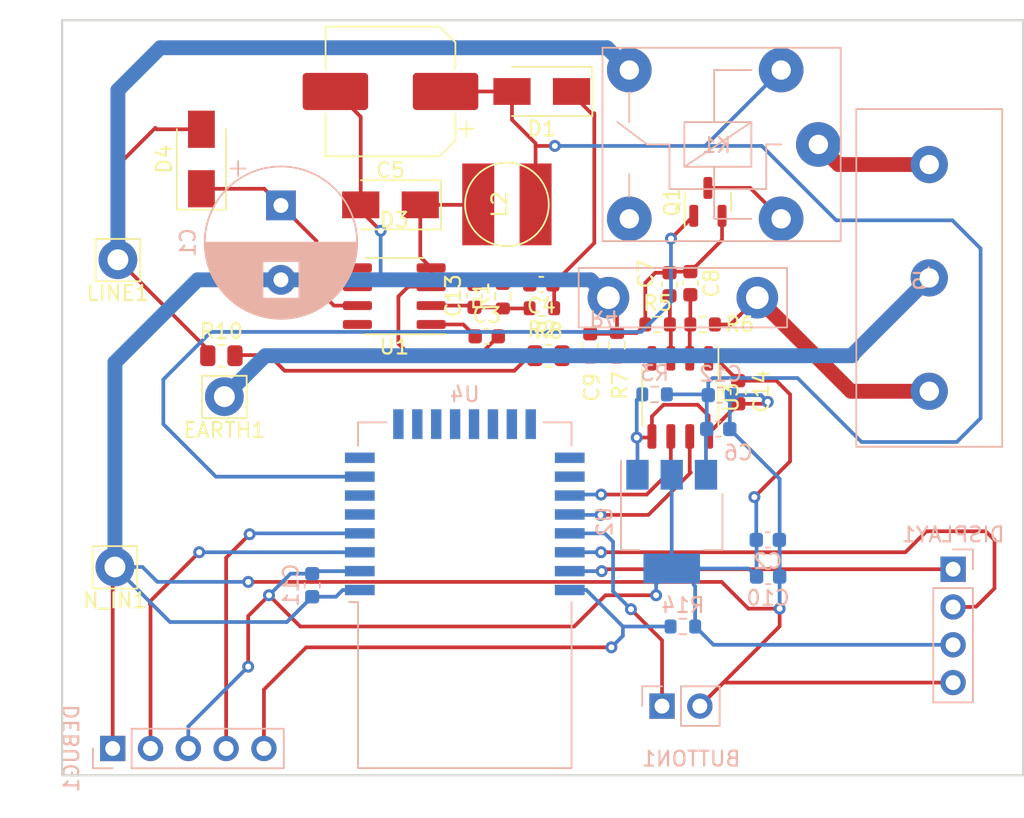
<source format=kicad_pcb>
(kicad_pcb (version 20211014) (generator pcbnew)
  (layers (0 "F.Cu" signal) (31 "B.Cu" signal) (34 "B.Paste" user) (35 "F.Paste" user) (36 "B.SilkS" user "B.Silkscreen") (37 "F.SilkS" user "F.Silkscreen") (38 "B.Mask" user) (39 "F.Mask" user) (44 "Edge.Cuts" user))
  (net 0 "")
  (net 1 "/BUTTON")
  (net 2 "GND")
  (net 3 "Net-(C1-Pad1)")
  (net 4 "+3V3")
  (net 5 "Net-(C3-Pad1)")
  (net 6 "Net-(C4-Pad1)")
  (net 7 "+5V")
  (net 8 "Net-(C7-Pad1)")
  (net 9 "Net-(C8-Pad2)")
  (net 10 "Net-(C9-Pad1)")
  (net 11 "Net-(C13-Pad1)")
  (net 12 "/LINE")
  (net 13 "/DCLK")
  (net 14 "/DDATA")
  (net 15 "/RESET")
  (net 16 "/SDA")
  (net 17 "/SCK")
  (net 18 "/EARTH")
  (net 19 "/LINE_OUT")
  (net 20 "/N_OUT")
  (net 21 "Net-(K1-Pad3)")
  (net 23 "/ON_OFF")
  (net 24 "Net-(R10-Pad2)")
  (net 25 "/CF")
  (net 26 "/CF1")
  (net 40 "/N1")
  (footprint "Capacitor_SMD:CP_Elec_8x10.5" (layer "F.Cu") (at 137.16 40.64 180)
    (fp_text reference "C5" (at 0 -5.3) (layer "F.SilkS"))
    (fp_text value "220uf")
    (pad "1" smd roundrect (at -3.7 0 180) (size 4.4 2.5) (layers "F.Cu" "F.Paste" "F.Mask") (roundrect_rratio 0.1) (net 7 "+5V"))
    (pad "2" smd roundrect (at 3.7 0 180) (size 4.4 2.5) (layers "F.Cu" "F.Paste" "F.Mask") (roundrect_rratio 0.1) (net 2 "GND"))
  )
  (footprint "Package_SO:SOP-8_3.9x4.9mm_P1.27mm" (layer "F.Cu") (at 156.625 61.2 -90)
    (fp_text reference "U3" (at 0 -3.4 90) (layer "F.SilkS"))
    (fp_text value "BL0937")
    (pad "1" smd roundrect (at -2.625 -1.905 270) (size 1.65 0.6) (layers "F.Cu" "F.Paste" "F.Mask") (net 4 "+3V3"))
    (pad "2" smd roundrect (at -2.625 -0.635 270) (size 1.65 0.6) (layers "F.Cu" "F.Paste" "F.Mask") (net 9 "Net-(C8-Pad2)"))
    (pad "3" smd roundrect (at -2.625 0.635 270) (size 1.65 0.6) (layers "F.Cu" "F.Paste" "F.Mask") (net 8 "Net-(C7-Pad1)"))
    (pad "4" smd roundrect (at -2.625 1.905 270) (size 1.65 0.6) (layers "F.Cu" "F.Paste" "F.Mask") (net 10 "Net-(C9-Pad1)"))
    (pad "5" smd roundrect (at 2.625 1.905 270) (size 1.65 0.6) (layers "F.Cu" "F.Paste" "F.Mask") (net 2 "GND"))
    (pad "6" smd roundrect (at 2.625 0.635 270) (size 1.65 0.6) (layers "F.Cu" "F.Paste" "F.Mask") (net 25 "/CF"))
    (pad "7" smd roundrect (at 2.625 -0.635 270) (size 1.65 0.6) (layers "F.Cu" "F.Paste" "F.Mask") (net 26 "/CF1"))
    (pad "8" smd roundrect (at 2.625 -1.905 270) (size 1.65 0.6) (layers "F.Cu" "F.Paste" "F.Mask") (net 2 "GND"))
  )
  (footprint "Resistor_SMD:R_0603_1608Metric" (layer "F.Cu") (at 158.125 56.3 180)
    (fp_text reference "R6" (at -2.5 0) (layer "F.SilkS"))
    (fp_text value "1K")
    (pad "1" smd roundrect (at -0.825 0 180) (size 0.8 0.95) (layers "F.Cu" "F.Paste" "F.Mask") (net 20 "/N_OUT"))
    (pad "2" smd roundrect (at 0.825 0 180) (size 0.8 0.95) (layers "F.Cu" "F.Paste" "F.Mask") (net 9 "Net-(C8-Pad2)"))
  )
  (footprint "Capacitor_SMD:C_0603_1608Metric" (layer "F.Cu") (at 160.52 60.855 90)
    (fp_text reference "C14" (at 0.065 1.55 90) (layer "F.SilkS"))
    (fp_text value "100nF")
    (pad "1" smd roundrect (at -0.775 0 90) (size 0.9 0.95) (layers "F.Cu" "F.Paste" "F.Mask") (net 2 "GND"))
    (pad "2" smd roundrect (at 0.775 0 90) (size 0.9 0.95) (layers "F.Cu" "F.Paste" "F.Mask") (net 4 "+3V3"))
  )
  (footprint "Resistor_SMD:R_0603_1608Metric" (layer "F.Cu") (at 147.33 55.21 180)
    (fp_text reference "R2" (at 0 -1.43) (layer "F.SilkS"))
    (fp_text value "10k")
    (pad "1" smd roundrect (at -0.825 0 180) (size 0.8 0.95) (layers "F.Cu" "F.Paste" "F.Mask") (net 6 "Net-(C4-Pad1)"))
    (pad "2" smd roundrect (at 0.825 0 180) (size 0.8 0.95) (layers "F.Cu" "F.Paste" "F.Mask") (net 11 "Net-(C13-Pad1)"))
  )
  (footprint "Resistor_SMD:R_0603_1608Metric" (layer "F.Cu") (at 144.7 54.4 90)
    (fp_text reference "R1" (at 0 -1.43 90) (layer "F.SilkS"))
    (fp_text value "10k")
    (pad "1" smd roundrect (at -0.825 0 90) (size 0.8 0.95) (layers "F.Cu" "F.Paste" "F.Mask") (net 11 "Net-(C13-Pad1)"))
    (pad "2" smd roundrect (at 0.825 0 90) (size 0.8 0.95) (layers "F.Cu" "F.Paste" "F.Mask") (net 40 "/N1"))
  )
  (footprint "Resistor_SMD:R_0603_1608Metric" (layer "F.Cu") (at 155.1 56.3)
    (fp_text reference "R5" (at 0 -1.43) (layer "F.SilkS"))
    (fp_text value "1k")
    (pad "1" smd roundrect (at -0.825 0) (size 0.8 0.95) (layers "F.Cu" "F.Paste" "F.Mask") (net 2 "GND"))
    (pad "2" smd roundrect (at 0.825 0) (size 0.8 0.95) (layers "F.Cu" "F.Paste" "F.Mask") (net 8 "Net-(C7-Pad1)"))
  )
  (footprint "Diode_SMD:D_SMA" (layer "F.Cu") (at 147.32 40.64 180)
    (fp_text reference "D1" (at 0 -2.5) (layer "F.SilkS"))
    (fp_text value "M7")
    (pad "1" smd rect (at -2 0 180) (size 2.5 1.8) (layers "F.Cu" "F.Paste" "F.Mask") (net 6 "Net-(C4-Pad1)"))
    (pad "2" smd rect (at 2 0 180) (size 2.5 1.8) (layers "F.Cu" "F.Paste" "F.Mask") (net 7 "+5V"))
  )
  (footprint "Package_SO:SOIC-8_3.9x4.9mm_P1.27mm" (layer "F.Cu") (at 137.414 54.396 180)
    (fp_text reference "U1" (at 0 -3.4) (layer "F.SilkS"))
    (fp_text value "MP157")
    (pad "1" smd roundrect (at -2.475 -1.905 180) (size 1.95 0.6) (layers "F.Cu" "F.Paste" "F.Mask") (net 5 "Net-(C3-Pad1)"))
    (pad "2" smd roundrect (at -2.475 -0.635 180) (size 1.95 0.6) (layers "F.Cu" "F.Paste" "F.Mask") (net 11 "Net-(C13-Pad1)"))
    (pad "3" smd roundrect (at -2.475 0.635 180) (size 1.95 0.6) (layers "F.Cu" "F.Paste" "F.Mask") (net 40 "/N1"))
    (pad "4" smd roundrect (at -2.475 1.905 180) (size 1.95 0.6) (layers "F.Cu" "F.Paste" "F.Mask") (net 40 "/N1"))
    (pad "5" smd roundrect (at 2.475 1.905 180) (size 1.95 0.6) (layers "F.Cu" "F.Paste" "F.Mask"))
    (pad "6" smd roundrect (at 2.475 0.635 180) (size 1.95 0.6) (layers "F.Cu" "F.Paste" "F.Mask"))
    (pad "7" smd roundrect (at 2.475 -0.635 180) (size 1.95 0.6) (layers "F.Cu" "F.Paste" "F.Mask") (net 3 "Net-(C1-Pad1)"))
    (pad "8" smd roundrect (at 2.475 -1.905 180) (size 1.95 0.6) (layers "F.Cu" "F.Paste" "F.Mask"))
  )
  (footprint "Diode_SMD:D_SMA" (layer "F.Cu") (at 137.16 48.26 180)
    (fp_text reference "D3" (at -0.254 -1.016) (layer "F.SilkS"))
    (fp_text value "ES1G")
    (pad "1" smd rect (at -2 0 180) (size 2.5 1.8) (layers "F.Cu" "F.Paste" "F.Mask") (net 40 "/N1"))
    (pad "2" smd rect (at 2 0 180) (size 2.5 1.8) (layers "F.Cu" "F.Paste" "F.Mask") (net 2 "GND"))
  )
  (footprint "Resistor_SMD:R_0805_2012Metric" (layer "F.Cu") (at 125.8 58.4)
    (fp_text reference "R10" (at 0 -1.65) (layer "F.SilkS"))
    (fp_text value "1M")
    (pad "1" smd roundrect (at -0.9125 0) (size 1.025 1.4) (layers "F.Cu" "F.Paste" "F.Mask") (roundrect_rratio 0.243902) (net 12 "/LINE"))
    (pad "2" smd roundrect (at 0.9125 0) (size 1.025 1.4) (layers "F.Cu" "F.Paste" "F.Mask") (roundrect_rratio 0.243902) (net 24 "Net-(R10-Pad2)"))
  )
  (footprint "Capacitor_SMD:C_0603_1608Metric" (layer "F.Cu") (at 147.29 53.61 180)
    (fp_text reference "C4" (at 0 -1.43) (layer "F.SilkS"))
    (fp_text value "330nF")
    (pad "1" smd roundrect (at -0.775 0 180) (size 0.9 0.95) (layers "F.Cu" "F.Paste" "F.Mask") (net 6 "Net-(C4-Pad1)"))
    (pad "2" smd roundrect (at 0.775 0 180) (size 0.9 0.95) (layers "F.Cu" "F.Paste" "F.Mask") (net 40 "/N1"))
  )
  (footprint "Capacitor_SMD:C_0603_1608Metric" (layer "F.Cu") (at 157.3 53.525 -90)
    (fp_text reference "C8" (at 0 -1.43 90) (layer "F.SilkS"))
    (fp_text value "33nF")
    (pad "1" smd roundrect (at -0.775 0 270) (size 0.9 0.95) (layers "F.Cu" "F.Paste" "F.Mask") (net 2 "GND"))
    (pad "2" smd roundrect (at 0.775 0 270) (size 0.9 0.95) (layers "F.Cu" "F.Paste" "F.Mask") (net 9 "Net-(C8-Pad2)"))
  )
  (footprint "Capacitor_SMD:C_0603_1608Metric" (layer "F.Cu") (at 150.575 57.7 90)
    (fp_text reference "C9" (at -2.825 0.1 90) (layer "F.SilkS"))
    (fp_text value "33nF")
    (pad "1" smd roundrect (at -0.775 0 90) (size 0.9 0.95) (layers "F.Cu" "F.Paste" "F.Mask") (net 10 "Net-(C9-Pad1)"))
    (pad "2" smd roundrect (at 0.775 0 90) (size 0.9 0.95) (layers "F.Cu" "F.Paste" "F.Mask") (net 2 "GND"))
  )
  (footprint "Diode_SMD:D_SMA" (layer "F.Cu") (at 124.46 45.18 90)
    (fp_text reference "D4" (at 0 -2.5 90) (layer "F.SilkS"))
    (fp_text value "M7")
    (pad "1" smd rect (at -2 0 90) (size 2.5 1.8) (layers "F.Cu" "F.Paste" "F.Mask") (net 3 "Net-(C1-Pad1)"))
    (pad "2" smd rect (at 2 0 90) (size 2.5 1.8) (layers "F.Cu" "F.Paste" "F.Mask") (net 12 "/LINE"))
  )
  (footprint "Package_TO_SOT_SMD:SOT-23" (layer "F.Cu") (at 158.48 48.06 90)
    (fp_text reference "Q1" (at 0 -2.4 90) (layer "F.SilkS"))
    (fp_text value "AO3400A")
    (pad "1" smd roundrect (at -0.9375 -0.95 90) (size 1.475 0.6) (layers "F.Cu" "F.Paste" "F.Mask") (net 23 "/ON_OFF"))
    (pad "2" smd roundrect (at -0.9375 0.95 90) (size 1.475 0.6) (layers "F.Cu" "F.Paste" "F.Mask") (net 2 "GND"))
    (pad "3" smd roundrect (at 0.9375 0 90) (size 1.475 0.6) (layers "F.Cu" "F.Paste" "F.Mask") (net 21 "Net-(K1-Pad3)"))
  )
  (footprint "Resistor_SMD:R_0805_2012Metric" (layer "F.Cu") (at 147.775 58.4)
    (fp_text reference "R8" (at 0 -1.65) (layer "F.SilkS"))
    (fp_text value "1M")
    (pad "1" smd roundrect (at -0.9125 0) (size 1.025 1.4) (layers "F.Cu" "F.Paste" "F.Mask") (roundrect_rratio 0.243902) (net 24 "Net-(R10-Pad2)"))
    (pad "2" smd roundrect (at 0.9125 0) (size 1.025 1.4) (layers "F.Cu" "F.Paste" "F.Mask") (roundrect_rratio 0.243902) (net 10 "Net-(C9-Pad1)"))
  )
  (footprint "Connector_Pin:Pin_D1.4mm_L8.5mm_W2.8mm_FlatFork" (layer "F.Cu") (at 118.65 72.6)
    (fp_text reference "N_IN1" (at 0 2.25) (layer "F.SilkS"))
    (fp_text value "Conn_01x01_Female")
    (pad "1" thru_hole circle (at 0 0) (size 2.6 2.6) (drill 1.4) (layers *.Cu *.Mask) (net 2 "GND"))
  )
  (footprint "Capacitor_SMD:C_0603_1608Metric" (layer "F.Cu") (at 142.8 54.375 90)
    (fp_text reference "C13" (at 0 -1.43 90) (layer "F.SilkS"))
    (fp_text value "470p")
    (pad "1" smd roundrect (at -0.775 0 90) (size 0.9 0.95) (layers "F.Cu" "F.Paste" "F.Mask") (net 11 "Net-(C13-Pad1)"))
    (pad "2" smd roundrect (at 0.775 0 90) (size 0.9 0.95) (layers "F.Cu" "F.Paste" "F.Mask") (net 40 "/N1"))
  )
  (footprint "Capacitor_SMD:C_0603_1608Metric" (layer "F.Cu") (at 155.9 53.6 90)
    (fp_text reference "C7" (at 0.7 -1.6 90) (layer "F.SilkS"))
    (fp_text value "33nF")
    (pad "1" smd roundrect (at -0.775 0 90) (size 0.9 0.95) (layers "F.Cu" "F.Paste" "F.Mask") (net 8 "Net-(C7-Pad1)"))
    (pad "2" smd roundrect (at 0.775 0 90) (size 0.9 0.95) (layers "F.Cu" "F.Paste" "F.Mask") (net 2 "GND"))
  )
  (footprint "Connector_Pin:Pin_D1.4mm_L8.5mm_W2.8mm_FlatFork" (layer "F.Cu") (at 126 61.15)
    (fp_text reference "EARTH1" (at 0 2.25) (layer "F.SilkS"))
    (fp_text value "Conn_01x01_Female")
    (pad "1" thru_hole circle (at 0 0) (size 2.6 2.6) (drill 1.4) (layers *.Cu *.Mask) (net 18 "/EARTH"))
  )
  (footprint "Connector_Pin:Pin_D1.4mm_L8.5mm_W2.8mm_FlatFork" (layer "F.Cu") (at 118.85 51.95)
    (fp_text reference "LINE1" (at 0 2.25) (layer "F.SilkS"))
    (fp_text value "Conn_01x01_Female")
    (pad "1" thru_hole circle (at 0 0) (size 2.6 2.6) (drill 1.4) (layers *.Cu *.Mask) (net 12 "/LINE"))
  )
  (footprint "custom:sumida_CD54" (layer "F.Cu") (at 144.98 48.23 90)
    (fp_text reference "L2" (at 0 -0.5 90 unlocked) (layer "F.SilkS"))
    (fp_text value "1000uH")
    (pad "1" smd rect (at 0 -1.925 90) (size 5.5 2.15) (layers "F.Cu" "F.Paste" "F.Mask") (net 40 "/N1"))
    (pad "2" smd rect (at 0 1.925 90) (size 5.5 2.15) (layers "F.Cu" "F.Paste" "F.Mask") (net 7 "+5V"))
  )
  (footprint "Capacitor_SMD:C_0603_1608Metric" (layer "F.Cu") (at 143.625 57.1)
    (fp_text reference "C3" (at 0 -1.43) (layer "F.SilkS"))
    (fp_text value "10uf")
    (pad "1" smd roundrect (at -0.775 0) (size 0.9 0.95) (layers "F.Cu" "F.Paste" "F.Mask") (net 5 "Net-(C3-Pad1)"))
    (pad "2" smd roundrect (at 0.775 0) (size 0.9 0.95) (layers "F.Cu" "F.Paste" "F.Mask") (net 40 "/N1"))
  )
  (footprint "Resistor_SMD:R_0603_1608Metric" (layer "F.Cu") (at 152.375 57.7 90)
    (fp_text reference "R7" (at -2.7 0.2 90) (layer "F.SilkS"))
    (fp_text value "1K")
    (pad "1" smd roundrect (at -0.825 0 90) (size 0.8 0.95) (layers "F.Cu" "F.Paste" "F.Mask") (net 10 "Net-(C9-Pad1)"))
    (pad "2" smd roundrect (at 0.825 0 90) (size 0.8 0.95) (layers "F.Cu" "F.Paste" "F.Mask") (net 2 "GND"))
  )
  (footprint "Package_TO_SOT_SMD:SOT-223" (layer "B.Cu") (at 156.05 69.55 -90)
    (fp_text reference "U2" (at 0 4.5 90) (layer "B.SilkS") (effects (justify mirror)))
    (fp_text value "LM1117-3.3")
    (pad "1" smd rect (at -3.15 2.3 270) (size 2 1.5) (layers "B.Cu" "B.Paste" "B.Mask") (net 2 "GND"))
    (pad "2" smd rect (at -3.15 0 270) (size 2 1.5) (layers "B.Cu" "B.Paste" "B.Mask") (net 4 "+3V3"))
    (pad "3" smd rect (at -3.15 -2.3 270) (size 2 1.5) (layers "B.Cu" "B.Paste" "B.Mask") (net 7 "+5V"))
    (pad "4" smd rect (at 3.15 0 270) (size 2 3.8) (layers "B.Cu" "B.Paste" "B.Mask") (net 4 "+3V3"))
  )
  (footprint "Connector_PinSocket_2.54mm:PinSocket_1x05_P2.54mm_Vertical" (layer "B.Cu") (at 118.5 84.8 -90)
    (fp_text reference "DEBUG1" (at 0 2.77 90) (layer "B.SilkS") (effects (justify mirror)))
    (fp_text value "Conn_01x05")
    (pad "1" thru_hole rect (at 0 0 270) (size 1.7 1.7) (drill 1) (layers *.Cu *.Mask) (net 2 "GND"))
    (pad "2" thru_hole oval (at 0 -2.54 270) (size 1.7 1.7) (drill 1) (layers *.Cu *.Mask) (net 13 "/DCLK"))
    (pad "3" thru_hole oval (at 0 -5.08 270) (size 1.7 1.7) (drill 1) (layers *.Cu *.Mask) (net 4 "+3V3"))
    (pad "4" thru_hole oval (at 0 -7.62 270) (size 1.7 1.7) (drill 1) (layers *.Cu *.Mask) (net 14 "/DDATA"))
    (pad "5" thru_hole oval (at 0 -10.16 270) (size 1.7 1.7) (drill 1) (layers *.Cu *.Mask) (net 15 "/RESET"))
  )
  (footprint "Capacitor_SMD:C_0603_1608Metric" (layer "B.Cu") (at 162.505 70.78)
    (fp_text reference "C2" (at 0 1.43) (layer "B.SilkS") (effects (justify mirror)))
    (fp_text value "10uF")
    (pad "1" smd roundrect (at -0.775 0) (size 0.9 0.95) (layers "B.Cu" "B.Paste" "B.Mask") (net 4 "+3V3"))
    (pad "2" smd roundrect (at 0.775 0) (size 0.9 0.95) (layers "B.Cu" "B.Paste" "B.Mask") (net 2 "GND"))
  )
  (footprint "custom:KF128-7.5_3P" (layer "B.Cu") (at 173.35 53.17 -90)
    (fp_text reference "J9" (at 0 0.5 90 unlocked) (layer "B.SilkS") (effects (justify mirror)))
    (fp_text value "KF128-7.5-3P")
    (pad "1" thru_hole circle (at -7.62 0 270) (size 2.5 2.5) (drill 1.3) (layers *.Cu *.Mask) (net 19 "/LINE_OUT"))
    (pad "2" thru_hole circle (at 0 0 270) (size 2.5 2.5) (drill 1.3) (layers *.Cu *.Mask) (net 18 "/EARTH"))
    (pad "3" thru_hole circle (at 7.62 0 270) (size 2.5 2.5) (drill 1.3) (layers *.Cu *.Mask) (net 20 "/N_OUT"))
  )
  (footprint "Capacitor_SMD:C_0603_1608Metric" (layer "B.Cu") (at 159.175 63.33)
    (fp_text reference "C6" (at 1.345 1.59) (layer "B.SilkS") (effects (justify mirror)))
    (fp_text value "10uF")
    (pad "1" smd roundrect (at -0.775 0) (size 0.9 0.95) (layers "B.Cu" "B.Paste" "B.Mask") (net 7 "+5V"))
    (pad "2" smd roundrect (at 0.775 0) (size 0.9 0.95) (layers "B.Cu" "B.Paste" "B.Mask") (net 2 "GND"))
  )
  (footprint "Capacitor_SMD:C_0603_1608Metric" (layer "B.Cu") (at 162.525 73.25)
    (fp_text reference "C10" (at 0 1.43) (layer "B.SilkS") (effects (justify mirror)))
    (fp_text value "100nF")
    (pad "1" smd roundrect (at -0.775 0) (size 0.9 0.95) (layers "B.Cu" "B.Paste" "B.Mask") (net 4 "+3V3"))
    (pad "2" smd roundrect (at 0.775 0) (size 0.9 0.95) (layers "B.Cu" "B.Paste" "B.Mask") (net 2 "GND"))
  )
  (footprint "Capacitor_SMD:C_0603_1608Metric" (layer "B.Cu") (at 159.28 61.05)
    (fp_text reference "C12" (at 0.06 -1.43) (layer "B.SilkS") (effects (justify mirror)))
    (fp_text value "100nF")
    (pad "1" smd roundrect (at -0.775 0) (size 0.9 0.95) (layers "B.Cu" "B.Paste" "B.Mask") (net 7 "+5V"))
    (pad "2" smd roundrect (at 0.775 0) (size 0.9 0.95) (layers "B.Cu" "B.Paste" "B.Mask") (net 2 "GND"))
  )
  (footprint "Resistor_SMD:R_0603_1608Metric" (layer "B.Cu") (at 156.8 76.6 180)
    (fp_text reference "R14" (at 0 1.43) (layer "B.SilkS") (effects (justify mirror)))
    (fp_text value "4.7k")
    (pad "1" smd roundrect (at -0.825 0 180) (size 0.8 0.95) (layers "B.Cu" "B.Paste" "B.Mask") (net 4 "+3V3"))
    (pad "2" smd roundrect (at 0.825 0 180) (size 0.8 0.95) (layers "B.Cu" "B.Paste" "B.Mask") (net 15 "/RESET"))
  )
  (footprint "Connector_PinHeader_2.54mm:PinHeader_1x02_P2.54mm_Vertical" (layer "B.Cu") (at 155.4 81.95 -90)
    (fp_text reference "BUTTON1" (at 3.54 -1.95) (layer "B.SilkS") (effects (justify mirror)))
    (fp_text value "SW_Push")
    (pad "1" thru_hole rect (at 0 0 270) (size 1.7 1.7) (drill 1) (layers *.Cu *.Mask) (net 1 "/BUTTON"))
    (pad "2" thru_hole oval (at 0 -2.54 270) (size 1.7 1.7) (drill 1) (layers *.Cu *.Mask) (net 2 "GND"))
  )
  (footprint "Capacitor_SMD:C_0603_1608Metric" (layer "B.Cu") (at 131.9 73.825 -90)
    (fp_text reference "C11" (at 0 1.43 -270) (layer "B.SilkS") (effects (justify mirror)))
    (fp_text value "100nf")
    (pad "1" smd roundrect (at -0.775 0 270) (size 0.9 0.95) (layers "B.Cu" "B.Paste" "B.Mask") (net 4 "+3V3"))
    (pad "2" smd roundrect (at 0.775 0 270) (size 0.9 0.95) (layers "B.Cu" "B.Paste" "B.Mask") (net 2 "GND"))
  )
  (footprint "RF_Module:E18-MS1-PCB" (layer "B.Cu") (at 142.15 74.5)
    (fp_text reference "U4" (at 0 -13.5) (layer "B.SilkS") (effects (justify mirror)))
    (fp_text value "E18-MS1-PCB")
    (pad "1" smd rect (at -7.05 -0.35 90) (size 0.7 2) (layers "B.Cu" "B.Paste" "B.Mask") (net 2 "GND"))
    (pad "2" smd rect (at -7.05 -1.62 90) (size 0.7 2) (layers "B.Cu" "B.Paste" "B.Mask") (net 4 "+3V3"))
    (pad "3" smd rect (at -7.05 -2.89 90) (size 0.7 2) (layers "B.Cu" "B.Paste" "B.Mask") (net 13 "/DCLK"))
    (pad "4" smd rect (at -7.05 -4.16 90) (size 0.7 2) (layers "B.Cu" "B.Paste" "B.Mask") (net 14 "/DDATA"))
    (pad "5" smd rect (at -7.05 -5.43 90) (size 0.7 2) (layers "B.Cu" "B.Paste" "B.Mask"))
    (pad "6" smd rect (at -7.05 -6.7 90) (size 0.7 2) (layers "B.Cu" "B.Paste" "B.Mask"))
    (pad "7" smd rect (at -7.05 -7.97 90) (size 0.7 2) (layers "B.Cu" "B.Paste" "B.Mask") (net 23 "/ON_OFF"))
    (pad "8" smd rect (at -7.05 -9.24 90) (size 0.7 2) (layers "B.Cu" "B.Paste" "B.Mask"))
    (pad "9" smd rect (at -4.46 -11.5 180) (size 0.7 2) (layers "B.Cu" "B.Paste" "B.Mask"))
    (pad "10" smd rect (at -3.19 -11.5 180) (size 0.7 2) (layers "B.Cu" "B.Paste" "B.Mask"))
    (pad "11" smd rect (at -1.92 -11.5 180) (size 0.7 2) (layers "B.Cu" "B.Paste" "B.Mask"))
    (pad "12" smd rect (at -0.65 -11.5 180) (size 0.7 2) (layers "B.Cu" "B.Paste" "B.Mask"))
    (pad "13" smd rect (at 0.62 -11.5 180) (size 0.7 2) (layers "B.Cu" "B.Paste" "B.Mask"))
    (pad "14" smd rect (at 1.89 -11.5 180) (size 0.7 2) (layers "B.Cu" "B.Paste" "B.Mask"))
    (pad "15" smd rect (at 3.16 -11.5 180) (size 0.7 2) (layers "B.Cu" "B.Paste" "B.Mask"))
    (pad "16" smd rect (at 4.43 -11.5 180) (size 0.7 2) (layers "B.Cu" "B.Paste" "B.Mask"))
    (pad "17" smd rect (at 7.05 -9.24 270) (size 0.7 2) (layers "B.Cu" "B.Paste" "B.Mask"))
    (pad "18" smd rect (at 7.05 -7.97 270) (size 0.7 2) (layers "B.Cu" "B.Paste" "B.Mask"))
    (pad "19" smd rect (at 7.05 -6.7 270) (size 0.7 2) (layers "B.Cu" "B.Paste" "B.Mask") (net 25 "/CF"))
    (pad "20" smd rect (at 7.05 -5.43 270) (size 0.7 2) (layers "B.Cu" "B.Paste" "B.Mask") (net 26 "/CF1"))
    (pad "21" smd rect (at 7.05 -4.16 270) (size 0.7 2) (layers "B.Cu" "B.Paste" "B.Mask") (net 1 "/BUTTON"))
    (pad "22" smd rect (at 7.05 -2.89 270) (size 0.7 2) (layers "B.Cu" "B.Paste" "B.Mask") (net 17 "/SCK"))
    (pad "23" smd rect (at 7.05 -1.62 270) (size 0.7 2) (layers "B.Cu" "B.Paste" "B.Mask") (net 16 "/SDA"))
    (pad "24" smd rect (at 7.05 -0.35 270) (size 0.7 2) (layers "B.Cu" "B.Paste" "B.Mask") (net 15 "/RESET"))
  )
  (footprint "custom:Relay_SPDT_SONGLE_SRA" (layer "B.Cu") (at 158.4 44.2 180)
    (fp_text reference "K1" (at -0.6604 -0.0508 unlocked) (layer "B.SilkS") (effects (justify mirror)))
    (fp_text value "SRA-12VDC-CL")
    (pad "1" thru_hole circle (at -7.5 0 180) (size 3 3) (drill 1.3) (layers *.Cu *.Mask) (net 19 "/LINE_OUT"))
    (pad "2" thru_hole circle (at -5 5 180) (size 3 3) (drill 1.3) (layers *.Cu *.Mask) (net 7 "+5V"))
    (pad "3" thru_hole circle (at -5 -5 180) (size 3 3) (drill 1.3) (layers *.Cu *.Mask) (net 21 "Net-(K1-Pad3)"))
    (pad "4" thru_hole circle (at 5.2 5 180) (size 3 3) (drill 1.3) (layers *.Cu *.Mask) (net 12 "/LINE"))
    (pad "5" thru_hole circle (at 5.2 -5 180) (size 3 3) (drill 1.3) (layers *.Cu *.Mask))
  )
  (footprint "custom:ManganeseCooperResistor" (layer "B.Cu") (at 151.8 54.5)
    (fp_text reference "R4" (at -0.3048 1.3716 180 unlocked) (layer "B.SilkS") (effects (justify mirror)))
    (fp_text value "0.02")
    (pad "1" thru_hole circle (at 0 0) (size 2.794 2.794) (drill 1.524) (layers *.Cu *.Mask) (net 2 "GND"))
    (pad "2" thru_hole circle (at 10 0) (size 2.794 2.794) (drill 1.524) (layers *.Cu *.Mask) (net 20 "/N_OUT"))
  )
  (footprint "Resistor_SMD:R_0603_1608Metric" (layer "B.Cu") (at 154.9 61 180)
    (fp_text reference "R3" (at 0 1.43) (layer "B.SilkS") (effects (justify mirror)))
    (fp_text value "2k")
    (pad "1" smd roundrect (at -0.825 0 180) (size 0.8 0.95) (layers "B.Cu" "B.Paste" "B.Mask") (net 7 "+5V"))
    (pad "2" smd roundrect (at 0.825 0 180) (size 0.8 0.95) (layers "B.Cu" "B.Paste" "B.Mask") (net 2 "GND"))
  )
  (footprint "Connector_PinHeader_2.54mm:PinHeader_1x04_P2.54mm_Vertical" (layer "B.Cu") (at 174.95 72.75 180)
    (fp_text reference "DISPLAY1" (at 0 2.33) (layer "B.SilkS") (effects (justify mirror)))
    (fp_text value "Conn_01x04")
    (pad "1" thru_hole rect (at 0 0 180) (size 1.7 1.7) (drill 1) (layers *.Cu *.Mask) (net 16 "/SDA"))
    (pad "2" thru_hole oval (at 0 -2.54 180) (size 1.7 1.7) (drill 1) (layers *.Cu *.Mask) (net 17 "/SCK"))
    (pad "3" thru_hole oval (at 0 -5.08 180) (size 1.7 1.7) (drill 1) (layers *.Cu *.Mask) (net 4 "+3V3"))
    (pad "4" thru_hole oval (at 0 -7.62 180) (size 1.7 1.7) (drill 1) (layers *.Cu *.Mask) (net 2 "GND"))
  )
  (footprint "Capacitor_THT:CP_Radial_D10.0mm_P5.00mm" (layer "B.Cu") (at 129.8 48.3 -90)
    (fp_text reference "C1" (at 2.5 6.25 90) (layer "B.SilkS") (effects (justify mirror)))
    (fp_text value "10uF")
    (pad "1" thru_hole rect (at 0 0 270) (size 2 2) (drill 1) (layers *.Cu *.Mask) (net 3 "Net-(C1-Pad1)"))
    (pad "2" thru_hole circle (at 5 0 270) (size 2 2) (drill 1) (layers *.Cu *.Mask) (net 2 "GND"))
  )
  (gr_rect (start 179.65 35.85) (end 115.1 86.6) (layer "Edge.Cuts") (width 0.15) (fill none))
  (segment (start 155.4 77.53) (end 155.4 81.95) (width 0.25) (layer "F.Cu") (net 1))
  (segment (start 153.31 75.44) (end 155.4 77.53) (width 0.25) (layer "F.Cu") (net 1))
  (via (at 153.31 75.44) (size 0.8) (drill 0.4) (layers "F.Cu" "B.Cu") (net 1))
  (segment (start 151.5 70.29) (end 152.11 70.9) (width 0.25) (layer "B.Cu") (net 1))
  (segment (start 152.11 74.22) (end 152.11 74.24) (width 0.25) (layer "B.Cu") (net 1))
  (segment (start 149.2 70.34) (end 151.45 70.34) (width 0.25) (layer "B.Cu") (net 1))
  (segment (start 151.45 70.34) (end 151.5 70.29) (width 0.25) (layer "B.Cu") (net 1))
  (segment (start 152.11 70.9) (end 152.11 74.22) (width 0.25) (layer "B.Cu") (net 1))
  (segment (start 152.11 74.24) (end 153.31 75.44) (width 0.25) (layer "B.Cu") (net 1))
  (segment (start 152.375 55.075) (end 151.8 54.5) (width 0.25) (layer "F.Cu") (net 2))
  (segment (start 153.7 63.9) (end 154.645 63.9) (width 0.25) (layer "F.Cu") (net 2))
  (segment (start 158.53 63.825) (end 158.53 63.62) (width 0.25) (layer "F.Cu") (net 2))
  (segment (start 159.4 73.6) (end 159.395489 73.604511) (width 0.25) (layer "F.Cu") (net 2))
  (segment (start 163.3 75.4) (end 163.3 76.59) (width 0.25) (layer "F.Cu") (net 2))
  (segment (start 135.16 48.26) (end 135.16 48.66) (width 0.25) (layer "F.Cu") (net 2))
  (segment (start 157.3 52.75) (end 159.43 50.62) (width 0.25) (layer "F.Cu") (net 2))
  (segment (start 161.2 75.4) (end 159.4 73.6) (width 0.25) (layer "F.Cu") (net 2))
  (segment (start 153.7 56.875) (end 154.275 56.3) (width 0.25) (layer "F.Cu") (net 2))
  (segment (start 133.46 40.64) (end 135.16 42.34) (width 0.25) (layer "F.Cu") (net 2))
  (segment (start 159.395489 73.604511) (end 127.604511 73.604511) (width 0.25) (layer "F.Cu") (net 2))
  (segment (start 174.95 80.37) (end 159.52 80.37) (width 0.25) (layer "F.Cu") (net 2))
  (segment (start 154.72 62.48) (end 154.72 63.825) (width 0.25) (layer "F.Cu") (net 2))
  (segment (start 159.52 80.37) (end 157.94 81.95) (width 0.25) (layer "F.Cu") (net 2))
  (segment (start 118.5 72.75) (end 118.65 72.6) (width 0.25) (layer "F.Cu") (net 2))
  (segment (start 162.37 61.63) (end 162.5 61.5) (width 0.25) (layer "F.Cu") (net 2))
  (segment (start 127.6 73.6) (end 127.604511 73.604511) (width 0.25) (layer "F.Cu") (net 2))
  (segment (start 154.645 63.9) (end 154.72 63.825) (width 0.25) (layer "F.Cu") (net 2))
  (segment (start 135.16 48.66) (end 136.5 50) (width 0.25) (layer "F.Cu") (net 2))
  (segment (start 152.325 56.925) (end 152.375 56.875) (width 0.25) (layer "F.Cu") (net 2))
  (segment (start 157.8 61.7) (end 155.5 61.7) (width 0.25) (layer "F.Cu") (net 2))
  (segment (start 155.9 52.825) (end 154.945 52.825) (width 0.25) (layer "F.Cu") (net 2))
  (segment (start 157.3 52.75) (end 155.975 52.75) (width 0.25) (layer "F.Cu") (net 2))
  (segment (start 158.53 63.62) (end 160.52 61.63) (width 0.25) (layer "F.Cu") (net 2))
  (segment (start 163.3 75.4) (end 161.2 75.4) (width 0.25) (layer "F.Cu") (net 2))
  (segment (start 158.53 63.825) (end 158.53 62.43) (width 0.25) (layer "F.Cu") (net 2))
  (segment (start 135.16 42.34) (end 135.16 48.26) (width 0.25) (layer "F.Cu") (net 2))
  (segment (start 163.3 76.59) (end 157.94 81.95) (width 0.25) (layer "F.Cu") (net 2))
  (segment (start 159.43 50.62) (end 159.43 48.9975) (width 0.25) (layer "F.Cu") (net 2))
  (segment (start 155.975 52.75) (end 155.9 52.825) (width 0.25) (layer "F.Cu") (net 2))
  (segment (start 154.945 52.825) (end 154.275 53.495) (width 0.25) (layer "F.Cu") (net 2))
  (segment (start 152.375 56.875) (end 152.375 55.075) (width 0.25) (layer "F.Cu") (net 2))
  (segment (start 152.375 56.875) (end 153.7 56.875) (width 0.25) (layer "F.Cu") (net 2))
  (segment (start 154.275 53.495) (end 154.275 56.3) (width 0.25) (layer "F.Cu") (net 2))
  (segment (start 160.52 61.63) (end 162.37 61.63) (width 0.25) (layer "F.Cu") (net 2))
  (segment (start 118.5 84.8) (end 118.5 72.75) (width 0.25) (layer "F.Cu") (net 2))
  (segment (start 150.575 56.925) (end 152.325 56.925) (width 0.25) (layer "F.Cu") (net 2))
  (segment (start 158.53 62.43) (end 157.8 61.7) (width 0.25) (layer "F.Cu") (net 2))
  (segment (start 155.5 61.7) (end 154.72 62.48) (width 0.25) (layer "F.Cu") (net 2))
  (via (at 127.604511 73.604511) (size 0.8) (drill 0.4) (layers "F.Cu" "B.Cu") (net 2))
  (via (at 153.7 63.9) (size 0.8) (drill 0.4) (layers "F.Cu" "B.Cu") (net 2))
  (via (at 163.3 75.4) (size 0.8) (drill 0.4) (layers "F.Cu" "B.Cu") (net 2))
  (via (at 162.5 61.5) (size 0.8) (drill 0.4) (layers "F.Cu" "B.Cu") (net 2))
  (via (at 136.5 50) (size 0.8) (drill 0.4) (layers "F.Cu" "B.Cu") (net 2))
  (segment (start 153.7 63.9) (end 153.7 61.375) (width 0.25) (layer "B.Cu") (net 2))
  (segment (start 153.7 61.375) (end 154.075 61) (width 0.25) (layer "B.Cu") (net 2))
  (segment (start 163.3 73.25) (end 163.3 70.8) (width 0.25) (layer "B.Cu") (net 2))
  (segment (start 136.2 53.3) (end 150.6 53.3) (width 1) (layer "B.Cu") (net 2))
  (segment (start 159.95 63.33) (end 163.3 66.68) (width 0.25) (layer "B.Cu") (net 2))
  (segment (start 163.3 73.25) (end 163.3 75.4) (width 0.25) (layer "B.Cu") (net 2))
  (segment (start 162.05 61.05) (end 162.5 61.5) (width 0.25) (layer "B.Cu") (net 2))
  (segment (start 135.1 74.15) (end 133.95 74.15) (width 0.25) (layer "B.Cu") (net 2))
  (segment (start 153.75 66.4) (end 153.75 63.95) (width 0.25) (layer "B.Cu") (net 2))
  (segment (start 129.8 53.3) (end 124.2 53.3) (width 1) (layer "B.Cu") (net 2))
  (segment (start 120.5 72.6) (end 118.65 72.6) (width 0.25) (layer "B.Cu") (net 2))
  (segment (start 163.3 66.68) (end 163.3 70.76) (width 0.25) (layer "B.Cu") (net 2))
  (segment (start 122.35 76.3) (end 118.65 72.6) (width 0.25) (layer "B.Cu") (net 2))
  (segment (start 163.3 70.8) (end 163.28 70.78) (width 0.25) (layer "B.Cu") (net 2))
  (segment (start 129.8 53.3) (end 136.2 53.3) (width 1) (layer "B.Cu") (net 2))
  (segment (start 153.75 63.95) (end 153.7 63.9) (width 0.25) (layer "B.Cu") (net 2))
  (segment (start 130.2 76.3) (end 122.35 76.3) (width 0.25) (layer "B.Cu") (net 2))
  (segment (start 124.2 53.3) (end 118.65 58.85) (width 1) (layer "B.Cu") (net 2))
  (segment (start 118.65 58.85) (end 118.65 72.6) (width 1) (layer "B.Cu") (net 2))
  (segment (start 150.6 53.3) (end 151.8 54.5) (width 1) (layer "B.Cu") (net 2))
  (segment (start 136.5 53) (end 136.2 53.3) (width 0.25) (layer "B.Cu") (net 2))
  (segment (start 136.5 50) (end 136.5 53) (width 0.25) (layer "B.Cu") (net 2))
  (segment (start 160.055 61.05) (end 162.05 61.05) (width 0.25) (layer "B.Cu") (net 2))
  (segment (start 121.5 73.6) (end 120.5 72.6) (width 0.25) (layer "B.Cu") (net 2))
  (segment (start 159.95 63.33) (end 159.95 61.155) (width 0.25) (layer "B.Cu") (net 2))
  (segment (start 163.3 70.76) (end 163.28 70.78) (width 0.25) (layer "B.Cu") (net 2))
  (segment (start 159.95 61.155) (end 160.055 61.05) (width 0.25) (layer "B.Cu") (net 2))
  (segment (start 133.95 74.15) (end 133.5 74.6) (width 0.25) (layer "B.Cu") (net 2))
  (segment (start 131.9 74.6) (end 130.2 76.3) (width 0.25) (layer "B.Cu") (net 2))
  (segment (start 133.5 74.6) (end 131.9 74.6) (width 0.25) (layer "B.Cu") (net 2))
  (segment (start 127.6 73.6) (end 121.5 73.6) (width 0.25) (layer "B.Cu") (net 2))
  (segment (start 127.604511 73.604511) (end 127.6 73.6) (width 0.25) (layer "B.Cu") (net 2))
  (segment (start 124.46 47.18) (end 128.68 47.18) (width 0.25) (layer "F.Cu") (net 3))
  (segment (start 132.19 50.69) (end 129.8 48.3) (width 0.25) (layer "F.Cu") (net 3))
  (segment (start 133.361 55.031) (end 132.19 53.86) (width 0.25) (layer "F.Cu") (net 3))
  (segment (start 134.939 55.031) (end 133.361 55.031) (width 0.25) (layer "F.Cu") (net 3))
  (segment (start 132.19 53.86) (end 132.19 50.69) (width 0.25) (layer "F.Cu") (net 3))
  (segment (start 128.68 47.18) (end 129.8 48.3) (width 0.25) (layer "F.Cu") (net 3))
  (segment (start 127.6 79.3) (end 127.6 75.9) (width 0.25) (layer "F.Cu") (net 4))
  (segment (start 155 74.5) (end 151.6 74.5) (width 0.25) (layer "F.Cu") (net 4))
  (segment (start 164 61) (end 164 65.5) (width 0.25) (layer "F.Cu") (net 4))
  (segment (start 160.52 60.08) (end 163.08 60.08) (width 0.25) (layer "F.Cu") (net 4))
  (segment (start 163.08 60.08) (end 164 61) (width 0.25) (layer "F.Cu") (net 4))
  (segment (start 159.015 58.575) (end 160.52 60.08) (width 0.25) (layer "F.Cu") (net 4))
  (segment (start 149.5 76.6) (end 131.1 76.6) (width 0.25) (layer "F.Cu") (net 4))
  (segment (start 158.53 58.575) (end 159.015 58.575) (width 0.25) (layer "F.Cu") (net 4))
  (segment (start 164 65.5) (end 161.6 67.9) (width 0.25) (layer "F.Cu") (net 4))
  (segment (start 127.6 75.9) (end 129 74.5) (width 0.25) (layer "F.Cu") (net 4))
  (segment (start 151.6 74.5) (end 149.5 76.6) (width 0.25) (layer "F.Cu") (net 4))
  (segment (start 131.1 76.6) (end 129 74.5) (width 0.25) (layer "F.Cu") (net 4))
  (via (at 155 74.5) (size 0.8) (drill 0.4) (layers "F.Cu" "B.Cu") (net 4))
  (via (at 127.6 79.3) (size 0.8) (drill 0.4) (layers "F.Cu" "B.Cu") (net 4))
  (via (at 161.6 67.9) (size 0.8) (drill 0.4) (layers "F.Cu" "B.Cu") (net 4))
  (via (at 129 74.5) (size 0.8) (drill 0.4) (layers "F.Cu" "B.Cu") (net 4))
  (segment (start 123.58 84.8) (end 123.58 83.32) (width 0.25) (layer "B.Cu") (net 4))
  (segment (start 135.1 72.88) (end 132.07 72.88) (width 0.25) (layer "B.Cu") (net 4))
  (segment (start 156.05 66.4) (end 156.05 72.7) (width 0.25) (layer "B.Cu") (net 4))
  (segment (start 174.95 77.83) (end 158.855 77.83) (width 0.25) (layer "B.Cu") (net 4))
  (segment (start 158.855 77.83) (end 157.625 76.6) (width 0.25) (layer "B.Cu") (net 4))
  (segment (start 123.58 83.32) (end 127.6 79.3) (width 0.25) (layer "B.Cu") (net 4))
  (segment (start 129 74.5) (end 130.45 73.05) (width 0.25) (layer "B.Cu") (net 4))
  (segment (start 161.73 68.03) (end 161.73 70.78) (width 0.25) (layer "B.Cu") (net 4))
  (segment (start 156.05 72.7) (end 155 73.75) (width 0.25) (layer "B.Cu") (net 4))
  (segment (start 161.2 72.7) (end 156.05 72.7) (width 0.25) (layer "B.Cu") (net 4))
  (segment (start 132.07 72.88) (end 131.9 73.05) (width 0.25) (layer "B.Cu") (net 4))
  (segment (start 157.625 76.6) (end 157.625 73.895) (width 0.25) (layer "B.Cu") (net 4))
  (segment (start 161.75 73.25) (end 161.75 70.8) (width 0.25) (layer "B.Cu") (net 4))
  (segment (start 157.625 73.895) (end 157.52 73.79) (width 0.25) (layer "B.Cu") (net 4))
  (segment (start 161.75 70.8) (end 161.73 70.78) (width 0.25) (layer "B.Cu") (net 4))
  (segment (start 131.9 73.05) (end 130.45 73.05) (width 0.25) (layer "B.Cu") (net 4))
  (segment (start 161.6 67.9) (end 161.73 68.03) (width 0.25) (layer "B.Cu") (net 4))
  (segment (start 161.75 73.25) (end 161.2 72.7) (width 0.25) (layer "B.Cu") (net 4))
  (segment (start 155 73.75) (end 155 74.5) (width 0.25) (layer "B.Cu") (net 4))
  (segment (start 139.889 56.301) (end 142.051 56.301) (width 0.25) (layer "F.Cu") (net 5))
  (segment (start 142.051 56.301) (end 142.85 57.1) (width 0.25) (layer "F.Cu") (net 5))
  (segment (start 148.065 53.61) (end 150.85 50.825) (width 0.25) (layer "F.Cu") (net 6))
  (segment (start 150.85 42.31) (end 150.85 42.1) (width 0.25) (layer "F.Cu") (net 6))
  (segment (start 150.85 50.825) (end 150.85 42.31) (width 0.25) (layer "F.Cu") (net 6))
  (segment (start 149.32 40.64) (end 149.32 40.78) (width 0.25) (layer "F.Cu") (net 6))
  (segment (start 149.32 40.78) (end 150.85 42.31) (width 0.25) (layer "F.Cu") (net 6))
  (segment (start 148.155 53.7) (end 148.065 53.61) (width 0.25) (layer "F.Cu") (net 6))
  (segment (start 148.155 55.21) (end 148.155 53.7) (width 0.25) (layer "F.Cu") (net 6))
  (segment (start 148.2 44.3) (end 146.91 44.3) (width 0.25) (layer "F.Cu") (net 7))
  (segment (start 145.32 40.64) (end 145.32 42.54) (width 0.25) (layer "F.Cu") (net 7))
  (segment (start 146.905 44.305) (end 146.905 48.23) (width 0.25) (layer "F.Cu") (net 7))
  (segment (start 140.86 40.64) (end 145.32 40.64) (width 0.25) (layer "F.Cu") (net 7))
  (segment (start 146.905 44.125) (end 146.905 44.305) (width 0.25) (layer "F.Cu") (net 7))
  (segment (start 145.32 42.54) (end 146.905 44.125) (width 0.25) (layer "F.Cu") (net 7))
  (segment (start 146.91 44.3) (end 146.905 44.305) (width 0.25) (layer "F.Cu") (net 7))
  (via (at 148.2 44.3) (size 0.8) (drill 0.4) (layers "F.Cu" "B.Cu") (net 7))
  (segment (start 158.3 44.3) (end 162.1 44.3) (width 0.25) (layer "B.Cu") (net 7))
  (segment (start 175.2 64.2) (end 168.8 64.2) (width 0.25) (layer "B.Cu") (net 7))
  (segment (start 158.4 63.33) (end 158.4 61.155) (width 0.25) (layer "B.Cu") (net 7))
  (segment (start 158.4 61.155) (end 158.505 61.05) (width 0.25) (layer "B.Cu") (net 7))
  (segment (start 176.8 51.2) (end 176.8 62.6) (width 0.25) (layer "B.Cu") (net 7))
  (segment (start 158.8 59.9) (end 158.505 60.195) (width 0.25) (layer "B.Cu") (net 7))
  (segment (start 158.3 44.3) (end 148.2 44.3) (width 0.25) (layer "B.Cu") (net 7))
  (segment (start 164.5 59.9) (end 158.8 59.9) (width 0.25) (layer "B.Cu") (net 7))
  (segment (start 174.9 49.3) (end 176.8 51.2) (width 0.25) (layer "B.Cu") (net 7))
  (segment (start 158.505 60.195) (end 158.505 61.05) (width 0.25) (layer "B.Cu") (net 7))
  (segment (start 158.455 61) (end 158.505 61.05) (width 0.25) (layer "B.Cu") (net 7))
  (segment (start 176.8 62.6) (end 175.2 64.2) (width 0.25) (layer "B.Cu") (net 7))
  (segment (start 167.1 49.3) (end 174.9 49.3) (width 0.25) (layer "B.Cu") (net 7))
  (segment (start 162.1 44.3) (end 167.1 49.3) (width 0.25) (layer "B.Cu") (net 7))
  (segment (start 163.4 39.2) (end 158.3 44.3) (width 0.25) (layer "B.Cu") (net 7))
  (segment (start 168.8 64.2) (end 164.5 59.9) (width 0.25) (layer "B.Cu") (net 7))
  (segment (start 158.35 63.38) (end 158.4 63.33) (width 0.25) (layer "B.Cu") (net 7))
  (segment (start 158.35 66.4) (end 158.35 63.38) (width 0.25) (layer "B.Cu") (net 7))
  (segment (start 155.725 61) (end 158.455 61) (width 0.25) (layer "B.Cu") (net 7))
  (segment (start 155.925 54.4) (end 155.9 54.375) (width 0.25) (layer "F.Cu") (net 8))
  (segment (start 155.99 56.365) (end 155.925 56.3) (width 0.25) (layer "F.Cu") (net 8))
  (segment (start 155.99 58.575) (end 155.99 56.365) (width 0.25) (layer "F.Cu") (net 8))
  (segment (start 155.925 56.3) (end 155.925 54.4) (width 0.25) (layer "F.Cu") (net 8))
  (segment (start 157.26 56.34) (end 157.3 56.3) (width 0.25) (layer "F.Cu") (net 9))
  (segment (start 157.3 56.3) (end 157.3 54.3) (width 0.25) (layer "F.Cu") (net 9))
  (segment (start 157.26 58.575) (end 157.26 56.34) (width 0.25) (layer "F.Cu") (net 9))
  (segment (start 152.425 58.575) (end 152.375 58.525) (width 0.25) (layer "F.Cu") (net 10))
  (segment (start 150.575 58.475) (end 148.7625 58.475) (width 0.25) (layer "F.Cu") (net 10))
  (segment (start 154.72 58.575) (end 152.425 58.575) (width 0.25) (layer "F.Cu") (net 10))
  (segment (start 152.375 58.525) (end 150.625 58.525) (width 0.25) (layer "F.Cu") (net 10))
  (segment (start 150.625 58.525) (end 150.575 58.475) (width 0.25) (layer "F.Cu") (net 10))
  (segment (start 148.7625 58.475) (end 148.6875 58.4) (width 0.25) (layer "F.Cu") (net 10))
  (segment (start 142.681 55.031) (end 142.8 55.15) (width 0.25) (layer "F.Cu") (net 11))
  (segment (start 146.49 55.225) (end 146.505 55.21) (width 0.25) (layer "F.Cu") (net 11))
  (segment (start 144.7 55.225) (end 146.49 55.225) (width 0.25) (layer "F.Cu") (net 11))
  (segment (start 142.8 55.15) (end 144.625 55.15) (width 0.25) (layer "F.Cu") (net 11))
  (segment (start 139.889 55.031) (end 142.681 55.031) (width 0.25) (layer "F.Cu") (net 11))
  (segment (start 144.625 55.15) (end 144.7 55.225) (width 0.25) (layer "F.Cu") (net 11))
  (segment (start 121.36 43.09) (end 121.45 43.18) (width 0.25) (layer "F.Cu") (net 12))
  (segment (start 124.8875 57.9875) (end 118.85 51.95) (width 0.25) (layer "F.Cu") (net 12))
  (segment (start 124.8875 58.4) (end 124.8875 57.9875) (width 0.25) (layer "F.Cu") (net 12))
  (segment (start 118.85 45.6) (end 121.36 43.09) (width 0.25) (layer "F.Cu") (net 12))
  (segment (start 121.45 43.18) (end 124.46 43.18) (width 0.25) (layer "F.Cu") (net 12))
  (segment (start 118.85 51.95) (end 118.85 45.6) (width 0.25) (layer "F.Cu") (net 12))
  (segment (start 151.7 37.7) (end 121.7 37.7) (width 1) (layer "B.Cu") (net 12))
  (segment (start 153.2 39.2) (end 151.7 37.7) (width 1) (layer "B.Cu") (net 12))
  (segment (start 121.7 37.7) (end 118.85 40.55) (width 1) (layer "B.Cu") (net 12))
  (segment (start 118.85 40.55) (end 118.85 51.95) (width 1) (layer "B.Cu") (net 12))
  (segment (start 121.04 75.14) (end 121.04 84.8) (width 0.25) (layer "F.Cu") (net 13))
  (segment (start 124.31 71.61) (end 121 74.92) (width 0.25) (layer "F.Cu") (net 13))
  (segment (start 121 74.92) (end 121 75.1) (width 0.25) (layer "F.Cu") (net 13))
  (segment (start 121 75.1) (end 121.04 75.14) (width 0.25) (layer "F.Cu") (net 13))
  (via (at 124.31 71.61) (size 0.8) (drill 0.4) (layers "F.Cu" "B.Cu") (net 13))
  (segment (start 124.3 71.6) (end 124.31 71.61) (width 0.25) (layer "B.Cu") (net 13))
  (segment (start 135.1 71.61) (end 124.31 71.61) (width 0.25) (layer "B.Cu") (net 13))
  (segment (start 126.12 84.8) (end 126.12 71.98) (width 0.25) (layer "F.Cu") (net 14))
  (segment (start 126.12 71.98) (end 127.7 70.4) (width 0.25) (layer "F.Cu") (net 14))
  (via (at 127.7 70.4) (size 0.8) (drill 0.4) (layers "F.Cu" "B.Cu") (net 14))
  (segment (start 127.7 70.4) (end 127.76 70.34) (width 0.25) (layer "B.Cu") (net 14))
  (segment (start 127.76 70.34) (end 135.1 70.34) (width 0.25) (layer "B.Cu") (net 14))
  (segment (start 131.5 78) (end 152 78) (width 0.25) (layer "F.Cu") (net 15))
  (segment (start 128.66 80.84) (end 131.5 78) (width 0.25) (layer "F.Cu") (net 15))
  (segment (start 128.66 84.8) (end 128.66 80.84) (width 0.25) (layer "F.Cu") (net 15))
  (via (at 152 78) (size 0.8) (drill 0.4) (layers "F.Cu" "B.Cu") (net 15))
  (segment (start 150.32 74.15) (end 152.77 76.6) (width 0.25) (layer "B.Cu") (net 15))
  (segment (start 149.2 74.15) (end 150.32 74.15) (width 0.25) (layer "B.Cu") (net 15))
  (segment (start 152.77 77.23) (end 152.77 76.6) (width 0.25) (layer "B.Cu") (net 15))
  (segment (start 152.77 76.6) (end 155.975 76.6) (width 0.25) (layer "B.Cu") (net 15))
  (segment (start 152 78) (end 152.77 77.23) (width 0.25) (layer "B.Cu") (net 15))
  (segment (start 151.48 72.75) (end 174.95 72.75) (width 0.25) (layer "F.Cu") (net 16))
  (segment (start 151.35 72.88) (end 151.48 72.75) (width 0.25) (layer "F.Cu") (net 16))
  (via (at 151.35 72.88) (size 0.8) (drill 0.4) (layers "F.Cu" "B.Cu") (net 16))
  (segment (start 149.2 72.88) (end 151.35 72.88) (width 0.25) (layer "B.Cu") (net 16))
  (segment (start 177.73 74.04) (end 176.51 75.26) (width 0.25) (layer "F.Cu") (net 17))
  (segment (start 177.14 70.2) (end 177.73 70.79) (width 0.25) (layer "F.Cu") (net 17))
  (segment (start 176.27 75.29) (end 176.3 75.26) (width 0.25) (layer "F.Cu") (net 17))
  (segment (start 174.95 75.29) (end 176.27 75.29) (width 0.25) (layer "F.Cu") (net 17))
  (segment (start 176.3 75.26) (end 176.51 75.26) (width 0.25) (layer "F.Cu") (net 17))
  (segment (start 177.73 70.79) (end 177.73 74.04) (width 0.25) (layer "F.Cu") (net 17))
  (segment (start 173.16 70.2) (end 177.14 70.2) (width 0.25) (layer "F.Cu") (net 17))
  (segment (start 151.3 71.61) (end 171.75 71.61) (width 0.25) (layer "F.Cu") (net 17))
  (segment (start 171.75 71.61) (end 173.16 70.2) (width 0.25) (layer "F.Cu") (net 17))
  (via (at 151.3 71.61) (size 0.8) (drill 0.4) (layers "F.Cu" "B.Cu") (net 17))
  (segment (start 149.2 71.61) (end 151.3 71.61) (width 0.25) (layer "B.Cu") (net 17))
  (segment (start 151.32 71.59) (end 151.3 71.61) (width 0.25) (layer "B.Cu") (net 17))
  (segment (start 128.75 58.4) (end 126 61.15) (width 1) (layer "B.Cu") (net 18))
  (segment (start 168.2 58.4) (end 128.75 58.4) (width 1) (layer "B.Cu") (net 18))
  (segment (start 173.35 53.17) (end 168.2 58.32) (width 1) (layer "B.Cu") (net 18))
  (segment (start 168.2 58.32) (end 168.2 58.4) (width 0.25) (layer "B.Cu") (net 18))
  (segment (start 173.35 45.55) (end 167.25 45.55) (width 1) (layer "F.Cu") (net 19))
  (segment (start 167.25 45.55) (end 165.9 44.2) (width 1) (layer "F.Cu") (net 19))
  (segment (start 168.09 60.79) (end 173.35 60.79) (width 1) (layer "F.Cu") (net 20))
  (segment (start 161.8 54.5) (end 168.09 60.79) (width 1) (layer "F.Cu") (net 20))
  (segment (start 160 56.3) (end 161.8 54.5) (width 0.25) (layer "F.Cu") (net 20))
  (segment (start 158.95 56.3) (end 160 56.3) (width 0.25) (layer "F.Cu") (net 20))
  (segment (start 161.3225 47.1225) (end 163.4 49.2) (width 0.25) (layer "F.Cu") (net 21))
  (segment (start 158.48 47.1225) (end 161.3225 47.1225) (width 0.25) (layer "F.Cu") (net 21))
  (segment (start 157.53 48.9975) (end 156 50.5275) (width 0.25) (layer "F.Cu") (net 23))
  (segment (start 156 50.8) (end 156 50.5275) (width 0.25) (layer "F.Cu") (net 23))
  (via (at 156 50.5275) (size 0.8) (drill 0.4) (layers "F.Cu" "B.Cu") (net 23))
  (segment (start 156 54.8) (end 154 56.8) (width 0.25) (layer "B.Cu") (net 23))
  (segment (start 156 50.5275) (end 156 54.8) (width 0.25) (layer "B.Cu") (net 23))
  (segment (start 121.9 60) (end 121.9 63) (width 0.25) (layer "B.Cu") (net 23))
  (segment (start 121.9 63) (end 125.43 66.53) (width 0.25) (layer "B.Cu") (net 23))
  (segment (start 154 56.8) (end 125.1 56.8) (width 0.25) (layer "B.Cu") (net 23))
  (segment (start 125.43 66.53) (end 135.1 66.53) (width 0.25) (layer "B.Cu") (net 23))
  (segment (start 125.1 56.8) (end 121.9 60) (width 0.25) (layer "B.Cu") (net 23))
  (segment (start 145.48 59.41) (end 130.05 59.41) (width 0.25) (layer "F.Cu") (net 24))
  (segment (start 126.7525 58.36) (end 126.7125 58.4) (width 0.25) (layer "F.Cu") (net 24))
  (segment (start 130.05 59.41) (end 129 58.36) (width 0.25) (layer "F.Cu") (net 24))
  (segment (start 146.8625 58.4) (end 146.49 58.4) (width 0.25) (layer "F.Cu") (net 24))
  (segment (start 129 58.36) (end 126.7525 58.36) (width 0.25) (layer "F.Cu") (net 24))
  (segment (start 146.49 58.4) (end 145.48 59.41) (width 0.25) (layer "F.Cu") (net 24))
  (segment (start 155.99 66.05) (end 156.02 66.08) (width 0.25) (layer "F.Cu") (net 25))
  (segment (start 154.37 67.73) (end 151.31 67.73) (width 0.25) (layer "F.Cu") (net 25))
  (segment (start 156.02 66.08) (end 154.37 67.73) (width 0.25) (layer "F.Cu") (net 25))
  (segment (start 155.99 63.825) (end 155.99 66.05) (width 0.25) (layer "F.Cu") (net 25))
  (via (at 151.31 67.73) (size 0.8) (drill 0.4) (layers "F.Cu" "B.Cu") (net 25))
  (segment (start 151.31 67.73) (end 149.27 67.73) (width 0.25) (layer "B.Cu") (net 25))
  (segment (start 149.27 67.73) (end 149.2 67.8) (width 0.25) (layer "B.Cu") (net 25))
  (segment (start 157.26 66.18) (end 157.33 66.25) (width 0.25) (layer "F.Cu") (net 26))
  (segment (start 157.26 63.825) (end 157.26 66.18) (width 0.25) (layer "F.Cu") (net 26))
  (segment (start 157.33 66.25) (end 154.48 69.1) (width 0.25) (layer "F.Cu") (net 26))
  (segment (start 154.48 69.1) (end 151.27 69.1) (width 0.25) (layer "F.Cu") (net 26))
  (via (at 151.27 69.1) (size 0.8) (drill 0.4) (layers "F.Cu" "B.Cu") (net 26))
  (segment (start 149.23 69.1) (end 149.2 69.07) (width 0.25) (layer "B.Cu") (net 26))
  (segment (start 151.27 69.1) (end 149.23 69.1) (width 0.25) (layer "B.Cu") (net 26))
  (segment (start 139.16 51.762) (end 139.889 52.491) (width 0.25) (layer "F.Cu") (net 40))
  (segment (start 137.69 57.59) (end 138.32 58.22) (width 0.25) (layer "F.Cu") (net 40))
  (segment (start 139.512928 53.761) (end 139.511928 53.76) (width 0.25) (layer "F.Cu") (net 40))
  (segment (start 140.05 53.6) (end 139.889 53.761) (width 0.25) (layer "F.Cu") (net 40))
  (segment (start 138.35 53.76) (end 137.69 54.42) (width 0.25) (layer "F.Cu") (net 40))
  (segment (start 139.511928 53.76) (end 138.35 53.76) (width 0.25) (layer "F.Cu") (net 40))
  (segment (start 143.28 58.22) (end 144.4 57.1) (width 0.25) (layer "F.Cu") (net 40))
  (segment (start 142.8 53.6) (end 144.675 53.6) (width 0.25) (layer "F.Cu") (net 40))
  (segment (start 139.16 48.26) (end 139.16 51.762) (width 0.25) (layer "F.Cu") (net 40))
  (segment (start 139.889 52.491) (end 139.889 53.761) (width 0.25) (layer "F.Cu") (net 40))
  (segment (start 144.675 53.6) (end 144.7 53.575) (width 0.25) (layer "F.Cu") (net 40))
  (segment (start 139.16 48.26) (end 143.025 48.26) (width 0.25) (layer "F.Cu") (net 40))
  (segment (start 143.025 48.26) (end 143.055 48.23) (width 0.25) (layer "F.Cu") (net 40))
  (segment (start 138.32 58.22) (end 143.28 58.22) (width 0.25) (layer "F.Cu") (net 40))
  (segment (start 137.69 54.42) (end 137.69 57.59) (width 0.25) (layer "F.Cu") (net 40))
  (segment (start 144.7 53.575) (end 146.48 53.575) (width 0.25) (layer "F.Cu") (net 40))
  (segment (start 142.8 53.6) (end 140.05 53.6) (width 0.25) (layer "F.Cu") (net 40))
  (segment (start 146.48 53.575) (end 146.515 53.61) (width 0.25) (layer "F.Cu") (net 40))
  (segment (start 139.889 53.761) (end 139.512928 53.761) (width 0.25) (layer "F.Cu") (net 40))
)
</source>
